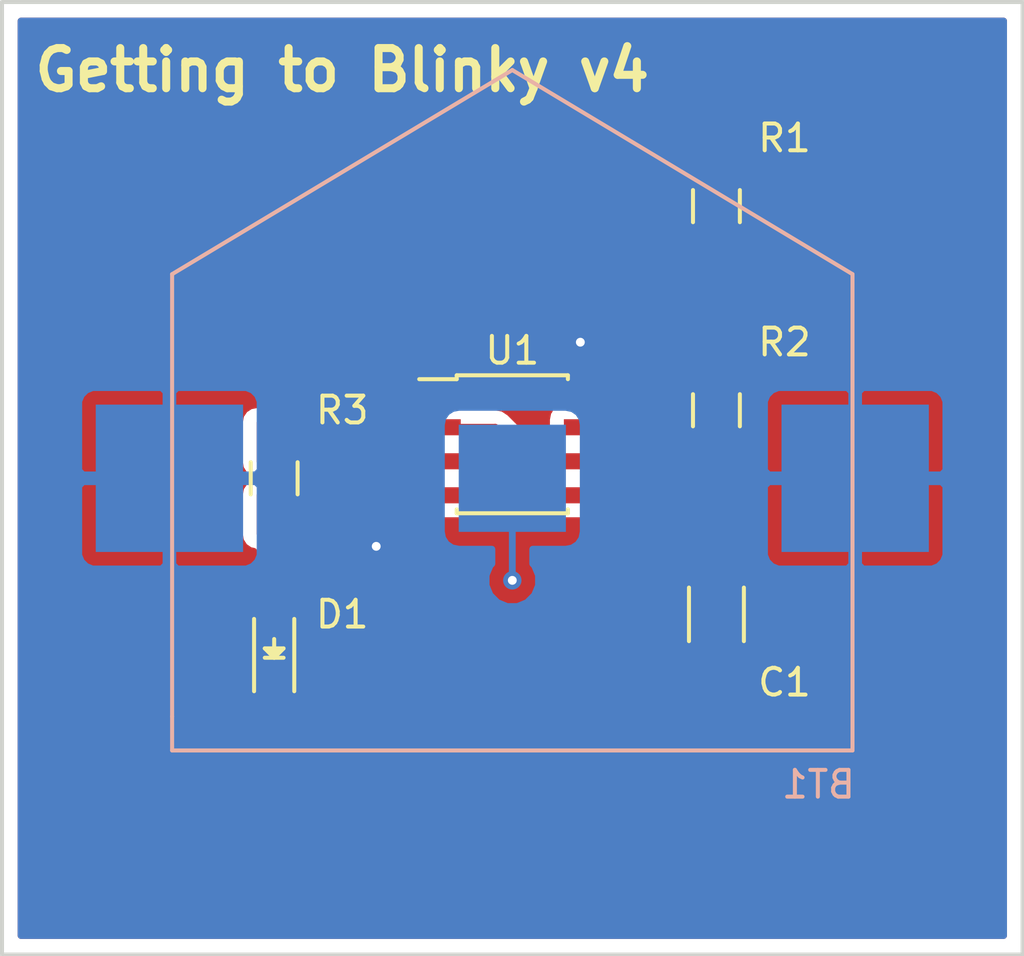
<source format=kicad_pcb>
(kicad_pcb (version 4) (host pcbnew 4.0.3-stable)

  (general
    (links 14)
    (no_connects 0)
    (area 139.624999 88.824999 177.875001 124.535001)
    (thickness 1.6)
    (drawings 5)
    (tracks 26)
    (zones 0)
    (modules 7)
    (nets 8)
  )

  (page A4)
  (layers
    (0 F.Cu signal)
    (31 B.Cu signal hide)
    (32 B.Adhes user)
    (33 F.Adhes user)
    (34 B.Paste user)
    (35 F.Paste user)
    (36 B.SilkS user)
    (37 F.SilkS user)
    (38 B.Mask user)
    (39 F.Mask user)
    (40 Dwgs.User user)
    (41 Cmts.User user)
    (42 Eco1.User user)
    (43 Eco2.User user)
    (44 Edge.Cuts user)
    (45 Margin user)
    (46 B.CrtYd user)
    (47 F.CrtYd user)
    (48 B.Fab user)
    (49 F.Fab user)
  )

  (setup
    (last_trace_width 0.254)
    (trace_clearance 0.254)
    (zone_clearance 0.508)
    (zone_45_only no)
    (trace_min 0.1524)
    (segment_width 0.2)
    (edge_width 0.15)
    (via_size 0.6858)
    (via_drill 0.3302)
    (via_min_size 0.6858)
    (via_min_drill 0.3302)
    (uvia_size 0.3)
    (uvia_drill 0.1)
    (uvias_allowed no)
    (uvia_min_size 0.2)
    (uvia_min_drill 0.1)
    (pcb_text_width 0.3)
    (pcb_text_size 1.5 1.5)
    (mod_edge_width 0.15)
    (mod_text_size 1 1)
    (mod_text_width 0.15)
    (pad_size 1.524 1.524)
    (pad_drill 0.762)
    (pad_to_mask_clearance 0.2)
    (aux_axis_origin 0 0)
    (visible_elements FFFFFF7F)
    (pcbplotparams
      (layerselection 0x010f0_80000001)
      (usegerberextensions true)
      (excludeedgelayer true)
      (linewidth 0.100000)
      (plotframeref false)
      (viasonmask false)
      (mode 1)
      (useauxorigin false)
      (hpglpennumber 1)
      (hpglpenspeed 20)
      (hpglpendiameter 15)
      (hpglpenoverlay 2)
      (psnegative false)
      (psa4output false)
      (plotreference true)
      (plotvalue false)
      (plotinvisibletext false)
      (padsonsilk false)
      (subtractmaskfromsilk true)
      (outputformat 1)
      (mirror false)
      (drillshape 0)
      (scaleselection 1)
      (outputdirectory gerbers/))
  )

  (net 0 "")
  (net 1 "Net-(C1-Pad1)")
  (net 2 GND)
  (net 3 "Net-(D1-Pad2)")
  (net 4 /VDD)
  (net 5 "Net-(R1-Pad2)")
  (net 6 "Net-(R3-Pad1)")
  (net 7 "Net-(U1-Pad5)")

  (net_class Default "This is the default net class."
    (clearance 0.254)
    (trace_width 0.254)
    (via_dia 0.6858)
    (via_drill 0.3302)
    (uvia_dia 0.3)
    (uvia_drill 0.1)
    (add_net /VDD)
    (add_net GND)
    (add_net "Net-(C1-Pad1)")
    (add_net "Net-(D1-Pad2)")
    (add_net "Net-(R1-Pad2)")
    (add_net "Net-(R3-Pad1)")
    (add_net "Net-(U1-Pad5)")
  )

  (module Capacitors_SMD:C_1206_HandSoldering (layer F.Cu) (tedit 580782CB) (tstamp 580646DD)
    (at 166.37 111.76 270)
    (descr "Capacitor SMD 1206, hand soldering")
    (tags "capacitor 1206")
    (path /5806408B)
    (attr smd)
    (fp_text reference C1 (at 2.54 -2.54 360) (layer F.SilkS)
      (effects (font (size 1 1) (thickness 0.15)))
    )
    (fp_text value 1u (at 0 2.3 270) (layer F.Fab)
      (effects (font (size 1 1) (thickness 0.15)))
    )
    (fp_line (start -3.3 -1.15) (end 3.3 -1.15) (layer F.CrtYd) (width 0.05))
    (fp_line (start -3.3 1.15) (end 3.3 1.15) (layer F.CrtYd) (width 0.05))
    (fp_line (start -3.3 -1.15) (end -3.3 1.15) (layer F.CrtYd) (width 0.05))
    (fp_line (start 3.3 -1.15) (end 3.3 1.15) (layer F.CrtYd) (width 0.05))
    (fp_line (start 1 -1.025) (end -1 -1.025) (layer F.SilkS) (width 0.15))
    (fp_line (start -1 1.025) (end 1 1.025) (layer F.SilkS) (width 0.15))
    (pad 1 smd rect (at -2 0 270) (size 2 1.6) (layers F.Cu F.Paste F.Mask)
      (net 1 "Net-(C1-Pad1)"))
    (pad 2 smd rect (at 2 0 270) (size 2 1.6) (layers F.Cu F.Paste F.Mask)
      (net 2 GND))
    (model Capacitors_SMD.3dshapes/C_1206_HandSoldering.wrl
      (at (xyz 0 0 0))
      (scale (xyz 1 1 1))
      (rotate (xyz 0 0 0))
    )
  )

  (module LEDs:LED_0805 (layer F.Cu) (tedit 580782ED) (tstamp 580646E3)
    (at 149.86 113.03 90)
    (descr "LED 0805 smd package")
    (tags "LED 0805 SMD")
    (path /5806413D)
    (attr smd)
    (fp_text reference D1 (at 1.27 2.54 180) (layer F.SilkS)
      (effects (font (size 1 1) (thickness 0.15)))
    )
    (fp_text value LED (at 0 1.75 90) (layer F.Fab)
      (effects (font (size 1 1) (thickness 0.15)))
    )
    (fp_line (start -1.6 0.75) (end 1.1 0.75) (layer F.SilkS) (width 0.15))
    (fp_line (start -1.6 -0.75) (end 1.1 -0.75) (layer F.SilkS) (width 0.15))
    (fp_line (start -0.1 0.15) (end -0.1 -0.1) (layer F.SilkS) (width 0.15))
    (fp_line (start -0.1 -0.1) (end -0.25 0.05) (layer F.SilkS) (width 0.15))
    (fp_line (start -0.35 -0.35) (end -0.35 0.35) (layer F.SilkS) (width 0.15))
    (fp_line (start 0 0) (end 0.35 0) (layer F.SilkS) (width 0.15))
    (fp_line (start -0.35 0) (end 0 -0.35) (layer F.SilkS) (width 0.15))
    (fp_line (start 0 -0.35) (end 0 0.35) (layer F.SilkS) (width 0.15))
    (fp_line (start 0 0.35) (end -0.35 0) (layer F.SilkS) (width 0.15))
    (fp_line (start 1.9 -0.95) (end 1.9 0.95) (layer F.CrtYd) (width 0.05))
    (fp_line (start 1.9 0.95) (end -1.9 0.95) (layer F.CrtYd) (width 0.05))
    (fp_line (start -1.9 0.95) (end -1.9 -0.95) (layer F.CrtYd) (width 0.05))
    (fp_line (start -1.9 -0.95) (end 1.9 -0.95) (layer F.CrtYd) (width 0.05))
    (pad 2 smd rect (at 1.04902 0 270) (size 1.19888 1.19888) (layers F.Cu F.Paste F.Mask)
      (net 3 "Net-(D1-Pad2)"))
    (pad 1 smd rect (at -1.04902 0 270) (size 1.19888 1.19888) (layers F.Cu F.Paste F.Mask)
      (net 2 GND))
    (model LEDs.3dshapes/LED_0805.wrl
      (at (xyz 0 0 0))
      (scale (xyz 1 1 1))
      (rotate (xyz 0 0 0))
    )
  )

  (module Resistors_SMD:R_0805_HandSoldering (layer F.Cu) (tedit 580782D8) (tstamp 580646E9)
    (at 166.37 96.52 270)
    (descr "Resistor SMD 0805, hand soldering")
    (tags "resistor 0805")
    (path /58064042)
    (attr smd)
    (fp_text reference R1 (at -2.54 -2.54 360) (layer F.SilkS)
      (effects (font (size 1 1) (thickness 0.15)))
    )
    (fp_text value 1K (at 0 2.1 270) (layer F.Fab)
      (effects (font (size 1 1) (thickness 0.15)))
    )
    (fp_line (start -2.4 -1) (end 2.4 -1) (layer F.CrtYd) (width 0.05))
    (fp_line (start -2.4 1) (end 2.4 1) (layer F.CrtYd) (width 0.05))
    (fp_line (start -2.4 -1) (end -2.4 1) (layer F.CrtYd) (width 0.05))
    (fp_line (start 2.4 -1) (end 2.4 1) (layer F.CrtYd) (width 0.05))
    (fp_line (start 0.6 0.875) (end -0.6 0.875) (layer F.SilkS) (width 0.15))
    (fp_line (start -0.6 -0.875) (end 0.6 -0.875) (layer F.SilkS) (width 0.15))
    (pad 1 smd rect (at -1.35 0 270) (size 1.5 1.3) (layers F.Cu F.Paste F.Mask)
      (net 4 /VDD))
    (pad 2 smd rect (at 1.35 0 270) (size 1.5 1.3) (layers F.Cu F.Paste F.Mask)
      (net 5 "Net-(R1-Pad2)"))
    (model Resistors_SMD.3dshapes/R_0805_HandSoldering.wrl
      (at (xyz 0 0 0))
      (scale (xyz 1 1 1))
      (rotate (xyz 0 0 0))
    )
  )

  (module Resistors_SMD:R_0805_HandSoldering (layer F.Cu) (tedit 580782D1) (tstamp 580646EF)
    (at 166.37 104.14 270)
    (descr "Resistor SMD 0805, hand soldering")
    (tags "resistor 0805")
    (path /58064062)
    (attr smd)
    (fp_text reference R2 (at -2.54 -2.54 360) (layer F.SilkS)
      (effects (font (size 1 1) (thickness 0.15)))
    )
    (fp_text value 470K (at 0 2.1 270) (layer F.Fab)
      (effects (font (size 1 1) (thickness 0.15)))
    )
    (fp_line (start -2.4 -1) (end 2.4 -1) (layer F.CrtYd) (width 0.05))
    (fp_line (start -2.4 1) (end 2.4 1) (layer F.CrtYd) (width 0.05))
    (fp_line (start -2.4 -1) (end -2.4 1) (layer F.CrtYd) (width 0.05))
    (fp_line (start 2.4 -1) (end 2.4 1) (layer F.CrtYd) (width 0.05))
    (fp_line (start 0.6 0.875) (end -0.6 0.875) (layer F.SilkS) (width 0.15))
    (fp_line (start -0.6 -0.875) (end 0.6 -0.875) (layer F.SilkS) (width 0.15))
    (pad 1 smd rect (at -1.35 0 270) (size 1.5 1.3) (layers F.Cu F.Paste F.Mask)
      (net 5 "Net-(R1-Pad2)"))
    (pad 2 smd rect (at 1.35 0 270) (size 1.5 1.3) (layers F.Cu F.Paste F.Mask)
      (net 1 "Net-(C1-Pad1)"))
    (model Resistors_SMD.3dshapes/R_0805_HandSoldering.wrl
      (at (xyz 0 0 0))
      (scale (xyz 1 1 1))
      (rotate (xyz 0 0 0))
    )
  )

  (module Resistors_SMD:R_0805_HandSoldering (layer F.Cu) (tedit 580782E0) (tstamp 580646F5)
    (at 149.86 106.68 270)
    (descr "Resistor SMD 0805, hand soldering")
    (tags "resistor 0805")
    (path /580640DB)
    (attr smd)
    (fp_text reference R3 (at -2.54 -2.54 360) (layer F.SilkS)
      (effects (font (size 1 1) (thickness 0.15)))
    )
    (fp_text value 1K (at 0 2.1 270) (layer F.Fab)
      (effects (font (size 1 1) (thickness 0.15)))
    )
    (fp_line (start -2.4 -1) (end 2.4 -1) (layer F.CrtYd) (width 0.05))
    (fp_line (start -2.4 1) (end 2.4 1) (layer F.CrtYd) (width 0.05))
    (fp_line (start -2.4 -1) (end -2.4 1) (layer F.CrtYd) (width 0.05))
    (fp_line (start 2.4 -1) (end 2.4 1) (layer F.CrtYd) (width 0.05))
    (fp_line (start 0.6 0.875) (end -0.6 0.875) (layer F.SilkS) (width 0.15))
    (fp_line (start -0.6 -0.875) (end 0.6 -0.875) (layer F.SilkS) (width 0.15))
    (pad 1 smd rect (at -1.35 0 270) (size 1.5 1.3) (layers F.Cu F.Paste F.Mask)
      (net 6 "Net-(R3-Pad1)"))
    (pad 2 smd rect (at 1.35 0 270) (size 1.5 1.3) (layers F.Cu F.Paste F.Mask)
      (net 3 "Net-(D1-Pad2)"))
    (model Resistors_SMD.3dshapes/R_0805_HandSoldering.wrl
      (at (xyz 0 0 0))
      (scale (xyz 1 1 1))
      (rotate (xyz 0 0 0))
    )
  )

  (module Housings_SOIC:SOIC-8_3.9x4.9mm_Pitch1.27mm (layer F.Cu) (tedit 54130A77) (tstamp 58064701)
    (at 158.75 105.41)
    (descr "8-Lead Plastic Small Outline (SN) - Narrow, 3.90 mm Body [SOIC] (see Microchip Packaging Specification 00000049BS.pdf)")
    (tags "SOIC 1.27")
    (path /58063FA2)
    (attr smd)
    (fp_text reference U1 (at 0 -3.5) (layer F.SilkS)
      (effects (font (size 1 1) (thickness 0.15)))
    )
    (fp_text value 7555 (at 0 3.5) (layer F.Fab)
      (effects (font (size 1 1) (thickness 0.15)))
    )
    (fp_line (start -3.75 -2.75) (end -3.75 2.75) (layer F.CrtYd) (width 0.05))
    (fp_line (start 3.75 -2.75) (end 3.75 2.75) (layer F.CrtYd) (width 0.05))
    (fp_line (start -3.75 -2.75) (end 3.75 -2.75) (layer F.CrtYd) (width 0.05))
    (fp_line (start -3.75 2.75) (end 3.75 2.75) (layer F.CrtYd) (width 0.05))
    (fp_line (start -2.075 -2.575) (end -2.075 -2.43) (layer F.SilkS) (width 0.15))
    (fp_line (start 2.075 -2.575) (end 2.075 -2.43) (layer F.SilkS) (width 0.15))
    (fp_line (start 2.075 2.575) (end 2.075 2.43) (layer F.SilkS) (width 0.15))
    (fp_line (start -2.075 2.575) (end -2.075 2.43) (layer F.SilkS) (width 0.15))
    (fp_line (start -2.075 -2.575) (end 2.075 -2.575) (layer F.SilkS) (width 0.15))
    (fp_line (start -2.075 2.575) (end 2.075 2.575) (layer F.SilkS) (width 0.15))
    (fp_line (start -2.075 -2.43) (end -3.475 -2.43) (layer F.SilkS) (width 0.15))
    (pad 1 smd rect (at -2.7 -1.905) (size 1.55 0.6) (layers F.Cu F.Paste F.Mask)
      (net 2 GND))
    (pad 2 smd rect (at -2.7 -0.635) (size 1.55 0.6) (layers F.Cu F.Paste F.Mask)
      (net 1 "Net-(C1-Pad1)"))
    (pad 3 smd rect (at -2.7 0.635) (size 1.55 0.6) (layers F.Cu F.Paste F.Mask)
      (net 6 "Net-(R3-Pad1)"))
    (pad 4 smd rect (at -2.7 1.905) (size 1.55 0.6) (layers F.Cu F.Paste F.Mask)
      (net 4 /VDD))
    (pad 5 smd rect (at 2.7 1.905) (size 1.55 0.6) (layers F.Cu F.Paste F.Mask)
      (net 7 "Net-(U1-Pad5)"))
    (pad 6 smd rect (at 2.7 0.635) (size 1.55 0.6) (layers F.Cu F.Paste F.Mask)
      (net 1 "Net-(C1-Pad1)"))
    (pad 7 smd rect (at 2.7 -0.635) (size 1.55 0.6) (layers F.Cu F.Paste F.Mask)
      (net 5 "Net-(R1-Pad2)"))
    (pad 8 smd rect (at 2.7 -1.905) (size 1.55 0.6) (layers F.Cu F.Paste F.Mask)
      (net 4 /VDD))
    (model Housings_SOIC.3dshapes/SOIC-8_3.9x4.9mm_Pitch1.27mm.wrl
      (at (xyz 0 0 0))
      (scale (xyz 1 1 1))
      (rotate (xyz 0 0 0))
    )
  )

  (module gtb:S8211R (layer B.Cu) (tedit 58066C4D) (tstamp 58066D6F)
    (at 158.75 106.68)
    (path /58064471)
    (fp_text reference BT1 (at 11.43 11.43) (layer B.SilkS)
      (effects (font (size 1 1) (thickness 0.15)) (justify mirror))
    )
    (fp_text value Battery (at -8.89 11.43) (layer B.Fab)
      (effects (font (size 1 1) (thickness 0.15)) (justify mirror))
    )
    (fp_line (start 12.7 10.16) (end -12.7 10.16) (layer B.SilkS) (width 0.15))
    (fp_line (start -12.7 10.16) (end -12.7 8.89) (layer B.SilkS) (width 0.15))
    (fp_line (start 12.7 10.16) (end 12.7 -7.62) (layer B.SilkS) (width 0.15))
    (fp_line (start 12.7 -7.62) (end 0 -15.24) (layer B.SilkS) (width 0.15))
    (fp_line (start 0 -15.24) (end -12.7 -7.62) (layer B.SilkS) (width 0.15))
    (fp_line (start -12.7 -7.62) (end -12.7 8.89) (layer B.SilkS) (width 0.15))
    (pad 2 smd rect (at 0 0) (size 4 4) (layers B.Cu B.Paste B.Mask)
      (net 2 GND))
    (pad 1 smd rect (at -12.8 0) (size 5.5 5.5) (layers B.Cu B.Paste B.Mask)
      (net 4 /VDD))
    (pad 1 smd rect (at 12.8 0) (size 5.5 5.5) (layers B.Cu B.Paste B.Mask)
      (net 4 /VDD))
  )

  (gr_text "Getting to Blinky v4" (at 152.4 91.44) (layer F.SilkS)
    (effects (font (size 1.5 1.5) (thickness 0.3)))
  )
  (gr_line (start 139.7 88.9) (end 177.8 88.9) (angle 90) (layer Edge.Cuts) (width 0.15))
  (gr_line (start 177.8 124.46) (end 139.7 124.46) (angle 90) (layer Edge.Cuts) (width 0.15))
  (gr_line (start 177.8 88.9) (end 177.8 124.46) (angle 90) (layer Edge.Cuts) (width 0.15))
  (gr_line (start 139.7 124.46) (end 139.7 88.9) (angle 90) (layer Edge.Cuts) (width 0.15))

  (segment (start 159.385 106.045) (end 161.45 106.045) (width 0.254) (layer F.Cu) (net 1) (tstamp 5807809B))
  (segment (start 158.115 104.775) (end 159.385 106.045) (width 0.254) (layer F.Cu) (net 1) (tstamp 58078099))
  (segment (start 156.05 104.775) (end 158.115 104.775) (width 0.254) (layer F.Cu) (net 1))
  (segment (start 161.45 106.045) (end 164.465 106.045) (width 0.254) (layer F.Cu) (net 1))
  (segment (start 165.02 105.49) (end 166.37 105.49) (width 0.254) (layer F.Cu) (net 1) (tstamp 58078093))
  (segment (start 164.465 106.045) (end 165.02 105.49) (width 0.254) (layer F.Cu) (net 1) (tstamp 5807808F))
  (segment (start 166.37 105.49) (end 166.37 109.76) (width 0.254) (layer F.Cu) (net 1))
  (segment (start 158.75 106.68) (end 158.75 110.49) (width 0.254) (layer B.Cu) (net 2))
  (via (at 158.75 110.49) (size 0.6858) (drill 0.3302) (layers F.Cu B.Cu) (net 2))
  (segment (start 149.86 108.03) (end 149.86 111.98098) (width 0.254) (layer F.Cu) (net 3))
  (segment (start 156.05 107.315) (end 155.575 107.315) (width 0.254) (layer F.Cu) (net 4))
  (segment (start 155.575 107.315) (end 153.67 109.22) (width 0.254) (layer F.Cu) (net 4) (tstamp 58078145))
  (via (at 153.67 109.22) (size 0.6858) (drill 0.3302) (layers F.Cu B.Cu) (net 4))
  (segment (start 161.45 103.505) (end 161.45 101.76) (width 0.254) (layer F.Cu) (net 4))
  (via (at 161.29 101.6) (size 0.6858) (drill 0.3302) (layers F.Cu B.Cu) (net 4))
  (segment (start 161.45 101.76) (end 161.29 101.6) (width 0.254) (layer F.Cu) (net 4) (tstamp 58078126))
  (segment (start 161.45 103.505) (end 161.45 97.63) (width 0.254) (layer F.Cu) (net 4))
  (segment (start 163.91 95.17) (end 166.37 95.17) (width 0.254) (layer F.Cu) (net 4) (tstamp 58077607))
  (segment (start 161.45 97.63) (end 163.91 95.17) (width 0.254) (layer F.Cu) (net 4) (tstamp 580775E9))
  (segment (start 161.45 104.775) (end 163.195 104.775) (width 0.254) (layer F.Cu) (net 5))
  (segment (start 165.18 102.79) (end 166.37 102.79) (width 0.254) (layer F.Cu) (net 5) (tstamp 58078070))
  (segment (start 163.195 104.775) (end 165.18 102.79) (width 0.254) (layer F.Cu) (net 5) (tstamp 5807806D))
  (segment (start 166.37 97.87) (end 166.37 102.79) (width 0.254) (layer F.Cu) (net 5))
  (segment (start 156.05 106.045) (end 153.035 106.045) (width 0.254) (layer F.Cu) (net 6))
  (segment (start 152.32 105.33) (end 149.86 105.33) (width 0.254) (layer F.Cu) (net 6) (tstamp 58077671))
  (segment (start 153.035 106.045) (end 152.32 105.33) (width 0.254) (layer F.Cu) (net 6) (tstamp 58077670))

  (zone (net 2) (net_name GND) (layer F.Cu) (tstamp 58077D78) (hatch edge 0.508)
    (connect_pads (clearance 0.508))
    (min_thickness 0.254)
    (fill yes (arc_segments 16) (thermal_gap 0.508) (thermal_bridge_width 0.508))
    (polygon
      (pts
        (xy 177.8 124.46) (xy 139.7 124.46) (xy 139.7 88.9) (xy 177.8 88.9)
      )
    )
    (filled_polygon
      (pts
        (xy 177.09 123.75) (xy 140.41 123.75) (xy 140.41 114.36477) (xy 148.62556 114.36477) (xy 148.62556 114.804769)
        (xy 148.722233 115.038158) (xy 148.900861 115.216787) (xy 149.13425 115.31346) (xy 149.57425 115.31346) (xy 149.733 115.15471)
        (xy 149.733 114.20602) (xy 149.987 114.20602) (xy 149.987 115.15471) (xy 150.14575 115.31346) (xy 150.58575 115.31346)
        (xy 150.819139 115.216787) (xy 150.997767 115.038158) (xy 151.09444 114.804769) (xy 151.09444 114.36477) (xy 150.93569 114.20602)
        (xy 149.987 114.20602) (xy 149.733 114.20602) (xy 148.78431 114.20602) (xy 148.62556 114.36477) (xy 140.41 114.36477)
        (xy 140.41 114.04575) (xy 164.935 114.04575) (xy 164.935 114.886309) (xy 165.031673 115.119698) (xy 165.210301 115.298327)
        (xy 165.44369 115.395) (xy 166.08425 115.395) (xy 166.243 115.23625) (xy 166.243 113.887) (xy 166.497 113.887)
        (xy 166.497 115.23625) (xy 166.65575 115.395) (xy 167.29631 115.395) (xy 167.529699 115.298327) (xy 167.708327 115.119698)
        (xy 167.805 114.886309) (xy 167.805 114.04575) (xy 167.64625 113.887) (xy 166.497 113.887) (xy 166.243 113.887)
        (xy 165.09375 113.887) (xy 164.935 114.04575) (xy 140.41 114.04575) (xy 140.41 104.58) (xy 148.56256 104.58)
        (xy 148.56256 106.08) (xy 148.606838 106.315317) (xy 148.74591 106.531441) (xy 148.95811 106.676431) (xy 148.971197 106.679081)
        (xy 148.758559 106.81591) (xy 148.613569 107.02811) (xy 148.56256 107.28) (xy 148.56256 108.78) (xy 148.606838 109.015317)
        (xy 148.74591 109.231441) (xy 148.95811 109.376431) (xy 149.098 109.404759) (xy 149.098 110.764688) (xy 149.025243 110.778378)
        (xy 148.809119 110.91745) (xy 148.664129 111.12965) (xy 148.61312 111.38154) (xy 148.61312 112.58042) (xy 148.657398 112.815737)
        (xy 148.79647 113.031861) (xy 148.804659 113.037456) (xy 148.722233 113.119882) (xy 148.62556 113.353271) (xy 148.62556 113.79327)
        (xy 148.78431 113.95202) (xy 149.733 113.95202) (xy 149.733 113.93202) (xy 149.987 113.93202) (xy 149.987 113.95202)
        (xy 150.93569 113.95202) (xy 151.09444 113.79327) (xy 151.09444 113.353271) (xy 150.997767 113.119882) (xy 150.915555 113.037669)
        (xy 151.055871 112.83231) (xy 151.096092 112.633691) (xy 164.935 112.633691) (xy 164.935 113.47425) (xy 165.09375 113.633)
        (xy 166.243 113.633) (xy 166.243 112.28375) (xy 166.497 112.28375) (xy 166.497 113.633) (xy 167.64625 113.633)
        (xy 167.805 113.47425) (xy 167.805 112.633691) (xy 167.708327 112.400302) (xy 167.529699 112.221673) (xy 167.29631 112.125)
        (xy 166.65575 112.125) (xy 166.497 112.28375) (xy 166.243 112.28375) (xy 166.08425 112.125) (xy 165.44369 112.125)
        (xy 165.210301 112.221673) (xy 165.031673 112.400302) (xy 164.935 112.633691) (xy 151.096092 112.633691) (xy 151.10688 112.58042)
        (xy 151.10688 111.38154) (xy 151.062602 111.146223) (xy 150.92353 110.930099) (xy 150.71133 110.785109) (xy 150.622 110.767019)
        (xy 150.622 109.406366) (xy 150.745317 109.383162) (xy 150.961441 109.24409) (xy 151.106431 109.03189) (xy 151.15744 108.78)
        (xy 151.15744 107.28) (xy 151.113162 107.044683) (xy 150.97409 106.828559) (xy 150.76189 106.683569) (xy 150.748803 106.680919)
        (xy 150.961441 106.54409) (xy 151.106431 106.33189) (xy 151.15501 106.092) (xy 152.00437 106.092) (xy 152.496185 106.583816)
        (xy 152.634794 106.676431) (xy 152.743395 106.748996) (xy 153.035 106.807) (xy 154.669681 106.807) (xy 154.62756 107.015)
        (xy 154.62756 107.18481) (xy 153.570357 108.242013) (xy 153.476337 108.241931) (xy 153.116788 108.390493) (xy 152.84146 108.665341)
        (xy 152.69227 109.02463) (xy 152.691931 109.413663) (xy 152.840493 109.773212) (xy 153.115341 110.04854) (xy 153.47463 110.19773)
        (xy 153.863663 110.198069) (xy 154.223212 110.049507) (xy 154.49854 109.774659) (xy 154.64773 109.41537) (xy 154.647813 109.319817)
        (xy 155.70519 108.26244) (xy 156.825 108.26244) (xy 157.060317 108.218162) (xy 157.276441 108.07909) (xy 157.421431 107.86689)
        (xy 157.47244 107.615) (xy 157.47244 107.015) (xy 157.428162 106.779683) (xy 157.364322 106.680472) (xy 157.421431 106.59689)
        (xy 157.47244 106.345) (xy 157.47244 105.745) (xy 157.433302 105.537) (xy 157.79937 105.537) (xy 158.846184 106.583815)
        (xy 159.061134 106.72744) (xy 159.093395 106.748996) (xy 159.385 106.807) (xy 160.069681 106.807) (xy 160.02756 107.015)
        (xy 160.02756 107.615) (xy 160.071838 107.850317) (xy 160.21091 108.066441) (xy 160.42311 108.211431) (xy 160.675 108.26244)
        (xy 162.225 108.26244) (xy 162.460317 108.218162) (xy 162.676441 108.07909) (xy 162.821431 107.86689) (xy 162.87244 107.615)
        (xy 162.87244 107.015) (xy 162.833302 106.807) (xy 164.465 106.807) (xy 164.756605 106.748996) (xy 165.003815 106.583815)
        (xy 165.116121 106.471509) (xy 165.116838 106.475317) (xy 165.25591 106.691441) (xy 165.46811 106.836431) (xy 165.608 106.864759)
        (xy 165.608 108.11256) (xy 165.57 108.11256) (xy 165.334683 108.156838) (xy 165.118559 108.29591) (xy 164.973569 108.50811)
        (xy 164.92256 108.76) (xy 164.92256 110.76) (xy 164.966838 110.995317) (xy 165.10591 111.211441) (xy 165.31811 111.356431)
        (xy 165.57 111.40744) (xy 167.17 111.40744) (xy 167.405317 111.363162) (xy 167.621441 111.22409) (xy 167.766431 111.01189)
        (xy 167.81744 110.76) (xy 167.81744 108.76) (xy 167.773162 108.524683) (xy 167.63409 108.308559) (xy 167.42189 108.163569)
        (xy 167.17 108.11256) (xy 167.132 108.11256) (xy 167.132 106.866366) (xy 167.255317 106.843162) (xy 167.471441 106.70409)
        (xy 167.616431 106.49189) (xy 167.66744 106.24) (xy 167.66744 104.74) (xy 167.623162 104.504683) (xy 167.48409 104.288559)
        (xy 167.27189 104.143569) (xy 167.258803 104.140919) (xy 167.471441 104.00409) (xy 167.616431 103.79189) (xy 167.66744 103.54)
        (xy 167.66744 102.04) (xy 167.623162 101.804683) (xy 167.48409 101.588559) (xy 167.27189 101.443569) (xy 167.132 101.415241)
        (xy 167.132 99.246366) (xy 167.255317 99.223162) (xy 167.471441 99.08409) (xy 167.616431 98.87189) (xy 167.66744 98.62)
        (xy 167.66744 97.12) (xy 167.623162 96.884683) (xy 167.48409 96.668559) (xy 167.27189 96.523569) (xy 167.258803 96.520919)
        (xy 167.471441 96.38409) (xy 167.616431 96.17189) (xy 167.66744 95.92) (xy 167.66744 94.42) (xy 167.623162 94.184683)
        (xy 167.48409 93.968559) (xy 167.27189 93.823569) (xy 167.02 93.77256) (xy 165.72 93.77256) (xy 165.484683 93.816838)
        (xy 165.268559 93.95591) (xy 165.123569 94.16811) (xy 165.07499 94.408) (xy 163.91 94.408) (xy 163.618395 94.466004)
        (xy 163.371184 94.631185) (xy 160.911185 97.091185) (xy 160.746004 97.338395) (xy 160.688 97.63) (xy 160.688 100.819196)
        (xy 160.46146 101.045341) (xy 160.31227 101.40463) (xy 160.311931 101.793663) (xy 160.460493 102.153212) (xy 160.688 102.381116)
        (xy 160.688 102.55756) (xy 160.675 102.55756) (xy 160.439683 102.601838) (xy 160.223559 102.74091) (xy 160.078569 102.95311)
        (xy 160.02756 103.205) (xy 160.02756 103.805) (xy 160.071838 104.040317) (xy 160.135678 104.139528) (xy 160.078569 104.22311)
        (xy 160.02756 104.475) (xy 160.02756 105.075) (xy 160.066698 105.283) (xy 159.700631 105.283) (xy 158.653815 104.236185)
        (xy 158.546829 104.164699) (xy 158.406605 104.071004) (xy 158.115 104.013) (xy 157.426163 104.013) (xy 157.46 103.93131)
        (xy 157.46 103.79075) (xy 157.30125 103.632) (xy 156.177 103.632) (xy 156.177 103.652) (xy 155.923 103.652)
        (xy 155.923 103.632) (xy 154.79875 103.632) (xy 154.64 103.79075) (xy 154.64 103.93131) (xy 154.729806 104.148122)
        (xy 154.678569 104.22311) (xy 154.62756 104.475) (xy 154.62756 105.075) (xy 154.666698 105.283) (xy 153.350631 105.283)
        (xy 152.858815 104.791185) (xy 152.85106 104.786003) (xy 152.611605 104.626004) (xy 152.32 104.568) (xy 151.155182 104.568)
        (xy 151.113162 104.344683) (xy 150.97409 104.128559) (xy 150.76189 103.983569) (xy 150.51 103.93256) (xy 149.21 103.93256)
        (xy 148.974683 103.976838) (xy 148.758559 104.11591) (xy 148.613569 104.32811) (xy 148.56256 104.58) (xy 140.41 104.58)
        (xy 140.41 103.07869) (xy 154.64 103.07869) (xy 154.64 103.21925) (xy 154.79875 103.378) (xy 155.923 103.378)
        (xy 155.923 102.72875) (xy 156.177 102.72875) (xy 156.177 103.378) (xy 157.30125 103.378) (xy 157.46 103.21925)
        (xy 157.46 103.07869) (xy 157.363327 102.845301) (xy 157.184698 102.666673) (xy 156.951309 102.57) (xy 156.33575 102.57)
        (xy 156.177 102.72875) (xy 155.923 102.72875) (xy 155.76425 102.57) (xy 155.148691 102.57) (xy 154.915302 102.666673)
        (xy 154.736673 102.845301) (xy 154.64 103.07869) (xy 140.41 103.07869) (xy 140.41 89.61) (xy 177.09 89.61)
      )
    )
  )
  (zone (net 4) (net_name /VDD) (layer B.Cu) (tstamp 58077FB7) (hatch edge 0.508)
    (connect_pads (clearance 0.508))
    (min_thickness 0.254)
    (fill yes (arc_segments 16) (thermal_gap 0.508) (thermal_bridge_width 0.508))
    (polygon
      (pts
        (xy 177.8 124.46) (xy 139.7 124.46) (xy 139.7 88.9) (xy 177.8 88.9)
      )
    )
    (filled_polygon
      (pts
        (xy 177.09 123.75) (xy 140.41 123.75) (xy 140.41 106.96575) (xy 142.565 106.96575) (xy 142.565 109.55631)
        (xy 142.661673 109.789699) (xy 142.840302 109.968327) (xy 143.073691 110.065) (xy 145.66425 110.065) (xy 145.823 109.90625)
        (xy 145.823 106.807) (xy 146.077 106.807) (xy 146.077 109.90625) (xy 146.23575 110.065) (xy 148.826309 110.065)
        (xy 149.059698 109.968327) (xy 149.238327 109.789699) (xy 149.335 109.55631) (xy 149.335 106.96575) (xy 149.17625 106.807)
        (xy 146.077 106.807) (xy 145.823 106.807) (xy 142.72375 106.807) (xy 142.565 106.96575) (xy 140.41 106.96575)
        (xy 140.41 103.80369) (xy 142.565 103.80369) (xy 142.565 106.39425) (xy 142.72375 106.553) (xy 145.823 106.553)
        (xy 145.823 103.45375) (xy 146.077 103.45375) (xy 146.077 106.553) (xy 149.17625 106.553) (xy 149.335 106.39425)
        (xy 149.335 104.68) (xy 156.10256 104.68) (xy 156.10256 108.68) (xy 156.146838 108.915317) (xy 156.28591 109.131441)
        (xy 156.49811 109.276431) (xy 156.75 109.32744) (xy 157.988 109.32744) (xy 157.988 109.868917) (xy 157.92146 109.935341)
        (xy 157.77227 110.29463) (xy 157.771931 110.683663) (xy 157.920493 111.043212) (xy 158.195341 111.31854) (xy 158.55463 111.46773)
        (xy 158.943663 111.468069) (xy 159.303212 111.319507) (xy 159.57854 111.044659) (xy 159.72773 110.68537) (xy 159.728069 110.296337)
        (xy 159.579507 109.936788) (xy 159.512 109.869163) (xy 159.512 109.32744) (xy 160.75 109.32744) (xy 160.985317 109.283162)
        (xy 161.201441 109.14409) (xy 161.346431 108.93189) (xy 161.39744 108.68) (xy 161.39744 106.96575) (xy 168.165 106.96575)
        (xy 168.165 109.55631) (xy 168.261673 109.789699) (xy 168.440302 109.968327) (xy 168.673691 110.065) (xy 171.26425 110.065)
        (xy 171.423 109.90625) (xy 171.423 106.807) (xy 171.677 106.807) (xy 171.677 109.90625) (xy 171.83575 110.065)
        (xy 174.426309 110.065) (xy 174.659698 109.968327) (xy 174.838327 109.789699) (xy 174.935 109.55631) (xy 174.935 106.96575)
        (xy 174.77625 106.807) (xy 171.677 106.807) (xy 171.423 106.807) (xy 168.32375 106.807) (xy 168.165 106.96575)
        (xy 161.39744 106.96575) (xy 161.39744 104.68) (xy 161.353162 104.444683) (xy 161.21409 104.228559) (xy 161.00189 104.083569)
        (xy 160.75 104.03256) (xy 156.75 104.03256) (xy 156.514683 104.076838) (xy 156.298559 104.21591) (xy 156.153569 104.42811)
        (xy 156.10256 104.68) (xy 149.335 104.68) (xy 149.335 103.80369) (xy 168.165 103.80369) (xy 168.165 106.39425)
        (xy 168.32375 106.553) (xy 171.423 106.553) (xy 171.423 103.45375) (xy 171.677 103.45375) (xy 171.677 106.553)
        (xy 174.77625 106.553) (xy 174.935 106.39425) (xy 174.935 103.80369) (xy 174.838327 103.570301) (xy 174.659698 103.391673)
        (xy 174.426309 103.295) (xy 171.83575 103.295) (xy 171.677 103.45375) (xy 171.423 103.45375) (xy 171.26425 103.295)
        (xy 168.673691 103.295) (xy 168.440302 103.391673) (xy 168.261673 103.570301) (xy 168.165 103.80369) (xy 149.335 103.80369)
        (xy 149.238327 103.570301) (xy 149.059698 103.391673) (xy 148.826309 103.295) (xy 146.23575 103.295) (xy 146.077 103.45375)
        (xy 145.823 103.45375) (xy 145.66425 103.295) (xy 143.073691 103.295) (xy 142.840302 103.391673) (xy 142.661673 103.570301)
        (xy 142.565 103.80369) (xy 140.41 103.80369) (xy 140.41 89.61) (xy 177.09 89.61)
      )
    )
  )
)

</source>
